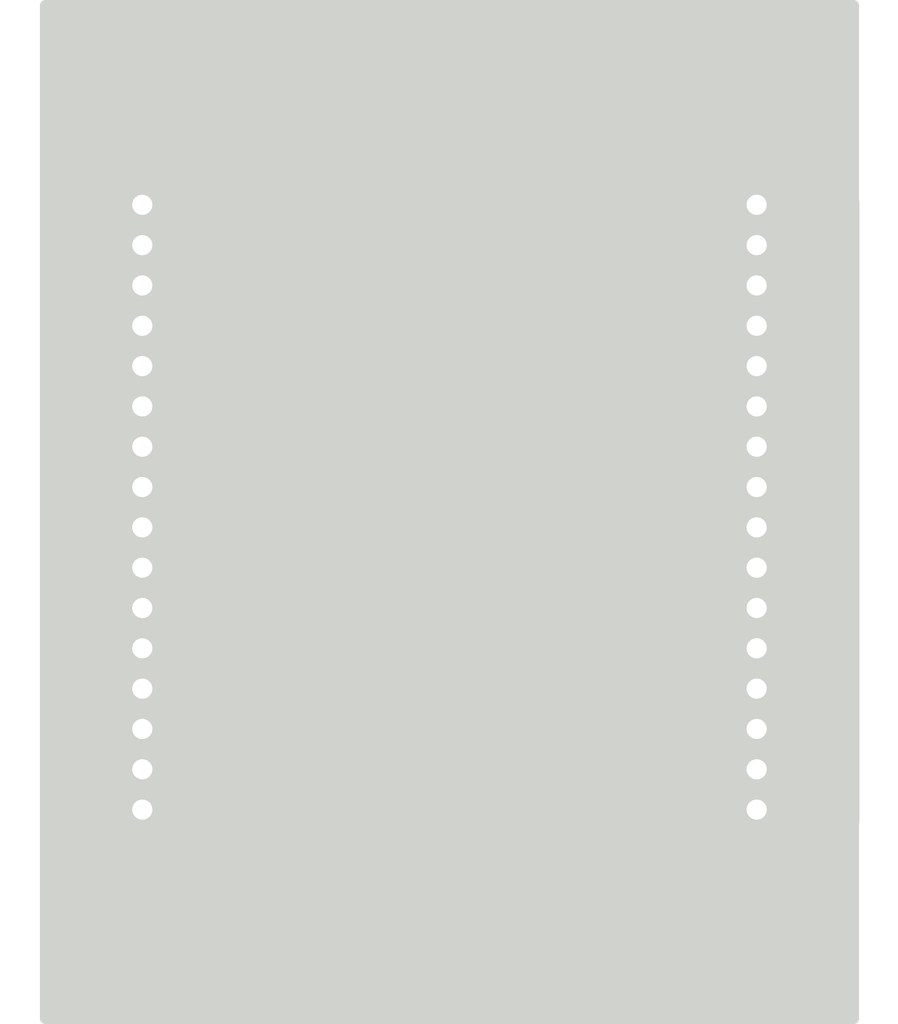
<source format=kicad_pcb>
(kicad_pcb (version 20171130) (host pcbnew "(5.1.2)-2")

  (general
    (thickness 1.6)
    (drawings 5)
    (tracks 124)
    (zones 0)
    (modules 3)
    (nets 33)
  )

  (page A4)
  (layers
    (0 F.Cu signal)
    (31 B.Cu signal)
    (32 B.Adhes user)
    (33 F.Adhes user)
    (34 B.Paste user)
    (35 F.Paste user)
    (36 B.SilkS user)
    (37 F.SilkS user)
    (38 B.Mask user)
    (39 F.Mask user)
    (40 Dwgs.User user)
    (41 Cmts.User user)
    (42 Eco1.User user)
    (43 Eco2.User user)
    (44 Edge.Cuts user)
    (45 Margin user)
    (46 B.CrtYd user)
    (47 F.CrtYd user)
    (48 B.Fab user)
    (49 F.Fab user)
  )

  (setup
    (last_trace_width 0.25)
    (trace_clearance 0.2)
    (zone_clearance 0.508)
    (zone_45_only no)
    (trace_min 0.2)
    (via_size 0.8)
    (via_drill 0.4)
    (via_min_size 0.4)
    (via_min_drill 0.3)
    (uvia_size 0.3)
    (uvia_drill 0.1)
    (uvias_allowed no)
    (uvia_min_size 0.2)
    (uvia_min_drill 0.1)
    (edge_width 0.05)
    (segment_width 0.2)
    (pcb_text_width 0.3)
    (pcb_text_size 1.5 1.5)
    (mod_edge_width 0.12)
    (mod_text_size 1 1)
    (mod_text_width 0.15)
    (pad_size 1.524 1.524)
    (pad_drill 0.762)
    (pad_to_mask_clearance 0.051)
    (solder_mask_min_width 0.25)
    (aux_axis_origin 0 0)
    (visible_elements FFFFFF7F)
    (pcbplotparams
      (layerselection 0x010fc_ffffffff)
      (usegerberextensions false)
      (usegerberattributes false)
      (usegerberadvancedattributes false)
      (creategerberjobfile false)
      (excludeedgelayer true)
      (linewidth 0.100000)
      (plotframeref false)
      (viasonmask false)
      (mode 1)
      (useauxorigin false)
      (hpglpennumber 1)
      (hpglpenspeed 20)
      (hpglpendiameter 15.000000)
      (psnegative false)
      (psa4output false)
      (plotreference true)
      (plotvalue true)
      (plotinvisibletext false)
      (padsonsilk false)
      (subtractmaskfromsilk false)
      (outputformat 1)
      (mirror false)
      (drillshape 0)
      (scaleselection 1)
      (outputdirectory ""))
  )

  (net 0 "")
  (net 1 /GND)
  (net 2 /VCC)
  (net 3 /VCOMH)
  (net 4 /OPR1)
  (net 5 /OPR0)
  (net 6 /ROM1)
  (net 7 /ROM0)
  (net 8 /IREF)
  (net 9 /D7)
  (net 10 /D6)
  (net 11 /D5)
  (net 12 /D4)
  (net 13 /D3)
  (net 14 /D2)
  (net 15 /D1)
  (net 16 /D0)
  (net 17 /ERD#)
  (net 18 /RW#)
  (net 19 /DC#)
  (net 20 /RES#)
  (net 21 /CS#)
  (net 22 /GPIO)
  (net 23 /BS2)
  (net 24 /BS1)
  (net 25 /BS0)
  (net 26 /VDDIO)
  (net 27 /VDD)
  (net 28 /SHLS)
  (net 29 /SHLC)
  (net 30 /REGVDD)
  (net 31 /VSS)
  (net 32 /VSL)

  (net_class Default "This is the default net class."
    (clearance 0.2)
    (trace_width 0.25)
    (via_dia 0.8)
    (via_drill 0.4)
    (uvia_dia 0.3)
    (uvia_drill 0.1)
    (add_net /BS0)
    (add_net /BS1)
    (add_net /BS2)
    (add_net /CS#)
    (add_net /D0)
    (add_net /D1)
    (add_net /D2)
    (add_net /D3)
    (add_net /D4)
    (add_net /D5)
    (add_net /D6)
    (add_net /D7)
    (add_net /DC#)
    (add_net /ERD#)
    (add_net /GND)
    (add_net /GPIO)
    (add_net /IREF)
    (add_net /OPR0)
    (add_net /OPR1)
    (add_net /REGVDD)
    (add_net /RES#)
    (add_net /ROM0)
    (add_net /ROM1)
    (add_net /RW#)
    (add_net /SHLC)
    (add_net /SHLS)
    (add_net /VCC)
    (add_net /VCOMH)
    (add_net /VDD)
    (add_net /VDDIO)
    (add_net /VSL)
    (add_net /VSS)
  )

  (module Connector_PinHeader_1.00mm:PinHeader_1x16_P1.00mm_Vertical (layer F.Cu) (tedit 59FED738) (tstamp 5D5750AC)
    (at 182.88 106.68)
    (descr "Through hole straight pin header, 1x16, 1.00mm pitch, single row")
    (tags "Through hole pin header THT 1x16 1.00mm single row")
    (path /5D572138)
    (fp_text reference J3 (at 0 -1.56) (layer F.SilkS)
      (effects (font (size 1 1) (thickness 0.15)))
    )
    (fp_text value CONN_16 (at 0 16.56) (layer F.Fab)
      (effects (font (size 1 1) (thickness 0.15)))
    )
    (fp_text user %R (at 0 7.5 90) (layer F.Fab)
      (effects (font (size 0.76 0.76) (thickness 0.114)))
    )
    (fp_line (start 1.15 -1) (end -1.15 -1) (layer F.CrtYd) (width 0.05))
    (fp_line (start 1.15 16) (end 1.15 -1) (layer F.CrtYd) (width 0.05))
    (fp_line (start -1.15 16) (end 1.15 16) (layer F.CrtYd) (width 0.05))
    (fp_line (start -1.15 -1) (end -1.15 16) (layer F.CrtYd) (width 0.05))
    (fp_line (start -0.695 -0.685) (end 0 -0.685) (layer F.SilkS) (width 0.12))
    (fp_line (start -0.695 0) (end -0.695 -0.685) (layer F.SilkS) (width 0.12))
    (fp_line (start 0.608276 0.685) (end 0.695 0.685) (layer F.SilkS) (width 0.12))
    (fp_line (start -0.695 0.685) (end -0.608276 0.685) (layer F.SilkS) (width 0.12))
    (fp_line (start 0.695 0.685) (end 0.695 15.56) (layer F.SilkS) (width 0.12))
    (fp_line (start -0.695 0.685) (end -0.695 15.56) (layer F.SilkS) (width 0.12))
    (fp_line (start 0.394493 15.56) (end 0.695 15.56) (layer F.SilkS) (width 0.12))
    (fp_line (start -0.695 15.56) (end -0.394493 15.56) (layer F.SilkS) (width 0.12))
    (fp_line (start -0.635 -0.1825) (end -0.3175 -0.5) (layer F.Fab) (width 0.1))
    (fp_line (start -0.635 15.5) (end -0.635 -0.1825) (layer F.Fab) (width 0.1))
    (fp_line (start 0.635 15.5) (end -0.635 15.5) (layer F.Fab) (width 0.1))
    (fp_line (start 0.635 -0.5) (end 0.635 15.5) (layer F.Fab) (width 0.1))
    (fp_line (start -0.3175 -0.5) (end 0.635 -0.5) (layer F.Fab) (width 0.1))
    (pad 16 thru_hole oval (at 0 15) (size 0.85 0.85) (drill 0.5) (layers *.Cu *.Mask)
      (net 9 /D7))
    (pad 15 thru_hole oval (at 0 14) (size 0.85 0.85) (drill 0.5) (layers *.Cu *.Mask)
      (net 10 /D6))
    (pad 14 thru_hole oval (at 0 13) (size 0.85 0.85) (drill 0.5) (layers *.Cu *.Mask)
      (net 11 /D5))
    (pad 13 thru_hole oval (at 0 12) (size 0.85 0.85) (drill 0.5) (layers *.Cu *.Mask)
      (net 12 /D4))
    (pad 12 thru_hole oval (at 0 11) (size 0.85 0.85) (drill 0.5) (layers *.Cu *.Mask)
      (net 13 /D3))
    (pad 11 thru_hole oval (at 0 10) (size 0.85 0.85) (drill 0.5) (layers *.Cu *.Mask)
      (net 14 /D2))
    (pad 10 thru_hole oval (at 0 9) (size 0.85 0.85) (drill 0.5) (layers *.Cu *.Mask)
      (net 15 /D1))
    (pad 9 thru_hole oval (at 0 8) (size 0.85 0.85) (drill 0.5) (layers *.Cu *.Mask)
      (net 16 /D0))
    (pad 8 thru_hole oval (at 0 7) (size 0.85 0.85) (drill 0.5) (layers *.Cu *.Mask)
      (net 17 /ERD#))
    (pad 7 thru_hole oval (at 0 6) (size 0.85 0.85) (drill 0.5) (layers *.Cu *.Mask)
      (net 18 /RW#))
    (pad 6 thru_hole oval (at 0 5) (size 0.85 0.85) (drill 0.5) (layers *.Cu *.Mask)
      (net 19 /DC#))
    (pad 5 thru_hole oval (at 0 4) (size 0.85 0.85) (drill 0.5) (layers *.Cu *.Mask)
      (net 20 /RES#))
    (pad 4 thru_hole oval (at 0 3) (size 0.85 0.85) (drill 0.5) (layers *.Cu *.Mask)
      (net 21 /CS#))
    (pad 3 thru_hole oval (at 0 2) (size 0.85 0.85) (drill 0.5) (layers *.Cu *.Mask)
      (net 22 /GPIO))
    (pad 2 thru_hole oval (at 0 1) (size 0.85 0.85) (drill 0.5) (layers *.Cu *.Mask)
      (net 28 /SHLS))
    (pad 1 thru_hole rect (at 0 0) (size 0.85 0.85) (drill 0.5) (layers *.Cu *.Mask)
      (net 29 /SHLC))
    (model ${KISYS3DMOD}/Connector_PinHeader_1.00mm.3dshapes/PinHeader_1x16_P1.00mm_Vertical.wrl
      (at (xyz 0 0 0))
      (scale (xyz 1 1 1))
      (rotate (xyz 0 0 0))
    )
  )

  (module Connector_PinHeader_1.00mm:PinHeader_1x16_P1.00mm_Vertical (layer F.Cu) (tedit 59FED738) (tstamp 5D574E7C)
    (at 167.64 121.68 180)
    (descr "Through hole straight pin header, 1x16, 1.00mm pitch, single row")
    (tags "Through hole pin header THT 1x16 1.00mm single row")
    (path /5D570513)
    (fp_text reference J2 (at 0 -1.56) (layer F.SilkS)
      (effects (font (size 1 1) (thickness 0.15)))
    )
    (fp_text value CONN_16 (at 0 16.56) (layer F.Fab)
      (effects (font (size 1 1) (thickness 0.15)))
    )
    (fp_text user %R (at 0 7.5 90) (layer F.Fab)
      (effects (font (size 0.76 0.76) (thickness 0.114)))
    )
    (fp_line (start 1.15 -1) (end -1.15 -1) (layer F.CrtYd) (width 0.05))
    (fp_line (start 1.15 16) (end 1.15 -1) (layer F.CrtYd) (width 0.05))
    (fp_line (start -1.15 16) (end 1.15 16) (layer F.CrtYd) (width 0.05))
    (fp_line (start -1.15 -1) (end -1.15 16) (layer F.CrtYd) (width 0.05))
    (fp_line (start -0.695 -0.685) (end 0 -0.685) (layer F.SilkS) (width 0.12))
    (fp_line (start -0.695 0) (end -0.695 -0.685) (layer F.SilkS) (width 0.12))
    (fp_line (start 0.608276 0.685) (end 0.695 0.685) (layer F.SilkS) (width 0.12))
    (fp_line (start -0.695 0.685) (end -0.608276 0.685) (layer F.SilkS) (width 0.12))
    (fp_line (start 0.695 0.685) (end 0.695 15.56) (layer F.SilkS) (width 0.12))
    (fp_line (start -0.695 0.685) (end -0.695 15.56) (layer F.SilkS) (width 0.12))
    (fp_line (start 0.394493 15.56) (end 0.695 15.56) (layer F.SilkS) (width 0.12))
    (fp_line (start -0.695 15.56) (end -0.394493 15.56) (layer F.SilkS) (width 0.12))
    (fp_line (start -0.635 -0.1825) (end -0.3175 -0.5) (layer F.Fab) (width 0.1))
    (fp_line (start -0.635 15.5) (end -0.635 -0.1825) (layer F.Fab) (width 0.1))
    (fp_line (start 0.635 15.5) (end -0.635 15.5) (layer F.Fab) (width 0.1))
    (fp_line (start 0.635 -0.5) (end 0.635 15.5) (layer F.Fab) (width 0.1))
    (fp_line (start -0.3175 -0.5) (end 0.635 -0.5) (layer F.Fab) (width 0.1))
    (pad 16 thru_hole oval (at 0 15 180) (size 0.85 0.85) (drill 0.5) (layers *.Cu *.Mask)
      (net 1 /GND))
    (pad 15 thru_hole oval (at 0 14 180) (size 0.85 0.85) (drill 0.5) (layers *.Cu *.Mask)
      (net 32 /VSL))
    (pad 14 thru_hole oval (at 0 13 180) (size 0.85 0.85) (drill 0.5) (layers *.Cu *.Mask)
      (net 31 /VSS))
    (pad 13 thru_hole oval (at 0 12 180) (size 0.85 0.85) (drill 0.5) (layers *.Cu *.Mask)
      (net 30 /REGVDD))
    (pad 12 thru_hole oval (at 0 11 180) (size 0.85 0.85) (drill 0.5) (layers *.Cu *.Mask)
      (net 27 /VDD))
    (pad 11 thru_hole oval (at 0 10 180) (size 0.85 0.85) (drill 0.5) (layers *.Cu *.Mask)
      (net 26 /VDDIO))
    (pad 10 thru_hole oval (at 0 9 180) (size 0.85 0.85) (drill 0.5) (layers *.Cu *.Mask)
      (net 25 /BS0))
    (pad 9 thru_hole oval (at 0 8 180) (size 0.85 0.85) (drill 0.5) (layers *.Cu *.Mask)
      (net 24 /BS1))
    (pad 8 thru_hole oval (at 0 7 180) (size 0.85 0.85) (drill 0.5) (layers *.Cu *.Mask)
      (net 23 /BS2))
    (pad 7 thru_hole oval (at 0 6 180) (size 0.85 0.85) (drill 0.5) (layers *.Cu *.Mask)
      (net 8 /IREF))
    (pad 6 thru_hole oval (at 0 5 180) (size 0.85 0.85) (drill 0.5) (layers *.Cu *.Mask)
      (net 7 /ROM0))
    (pad 5 thru_hole oval (at 0 4 180) (size 0.85 0.85) (drill 0.5) (layers *.Cu *.Mask)
      (net 6 /ROM1))
    (pad 4 thru_hole oval (at 0 3 180) (size 0.85 0.85) (drill 0.5) (layers *.Cu *.Mask)
      (net 5 /OPR0))
    (pad 3 thru_hole oval (at 0 2 180) (size 0.85 0.85) (drill 0.5) (layers *.Cu *.Mask)
      (net 4 /OPR1))
    (pad 2 thru_hole oval (at 0 1 180) (size 0.85 0.85) (drill 0.5) (layers *.Cu *.Mask)
      (net 3 /VCOMH))
    (pad 1 thru_hole rect (at 0 0 180) (size 0.85 0.85) (drill 0.5) (layers *.Cu *.Mask)
      (net 2 /VCC))
    (model ${KISYS3DMOD}/Connector_PinHeader_1.00mm.3dshapes/PinHeader_1x16_P1.00mm_Vertical.wrl
      (at (xyz 0 0 0))
      (scale (xyz 1 1 1))
      (rotate (xyz 0 0 0))
    )
  )

  (module SamacSys_Parts:SFV33R1STBE1HLF (layer F.Cu) (tedit 5D546A5B) (tstamp 5D574373)
    (at 175.26 114.3 270)
    (descr SFV33R-1STBE1HLF-4)
    (tags Connector)
    (path /5D56F11C)
    (attr smd)
    (fp_text reference J1 (at 0 -0.35 90) (layer F.SilkS)
      (effects (font (size 1.27 1.27) (thickness 0.254)))
    )
    (fp_text value "SFV33R-1STBE1HLF(OLED2X16_33FPC)" (at 0 -0.35 90) (layer F.SilkS) hide
      (effects (font (size 1.27 1.27) (thickness 0.254)))
    )
    (fp_arc (start -7.987 -3.4) (end -7.987 -3.5) (angle -180) (layer F.SilkS) (width 0.2))
    (fp_arc (start -7.987 -3.4) (end -7.987 -3.3) (angle -180) (layer F.SilkS) (width 0.2))
    (fp_line (start -7.987 -3.5) (end -7.987 -3.5) (layer F.SilkS) (width 0.2))
    (fp_line (start -7.987 -3.3) (end -7.987 -3.3) (layer F.SilkS) (width 0.2))
    (fp_line (start 10.2 0.85) (end 10.2 0.35) (layer F.SilkS) (width 0.1))
    (fp_line (start 11 0.85) (end 10.2 0.85) (layer F.SilkS) (width 0.1))
    (fp_line (start 11 2.25) (end 11 0.85) (layer F.SilkS) (width 0.1))
    (fp_line (start -11 2.25) (end 11 2.25) (layer F.SilkS) (width 0.1))
    (fp_line (start -11 0.85) (end -11 2.25) (layer F.SilkS) (width 0.1))
    (fp_line (start -10.5 0.85) (end -11 0.85) (layer F.SilkS) (width 0.1))
    (fp_line (start -10.5 0.35) (end -10.5 0.85) (layer F.SilkS) (width 0.1))
    (fp_line (start -12.1 3.25) (end -12.1 -3.95) (layer Dwgs.User) (width 0.1))
    (fp_line (start 12.1 3.25) (end -12.1 3.25) (layer Dwgs.User) (width 0.1))
    (fp_line (start 12.1 -3.95) (end 12.1 3.25) (layer Dwgs.User) (width 0.1))
    (fp_line (start -12.1 -3.95) (end 12.1 -3.95) (layer Dwgs.User) (width 0.1))
    (fp_line (start -11 2.25) (end -11 0.85) (layer Dwgs.User) (width 0.2))
    (fp_line (start 11 2.25) (end -11 2.25) (layer Dwgs.User) (width 0.2))
    (fp_line (start 11 0.85) (end 11 2.25) (layer Dwgs.User) (width 0.2))
    (fp_line (start -11 0.85) (end 11 0.85) (layer Dwgs.User) (width 0.2))
    (fp_line (start -10.5 0.85) (end -10.5 -1.95) (layer Dwgs.User) (width 0.2))
    (fp_line (start 10.2 0.85) (end -10.5 0.85) (layer Dwgs.User) (width 0.2))
    (fp_line (start 10.2 -1.95) (end 10.2 0.85) (layer Dwgs.User) (width 0.2))
    (fp_line (start -10.5 -1.95) (end 10.2 -1.95) (layer Dwgs.User) (width 0.2))
    (pad MP2 smd rect (at 9.775 -1) (size 2.3 2.65) (layers F.Cu F.Paste F.Mask)
      (net 1 /GND))
    (pad MP1 smd rect (at -9.775 -1) (size 2.3 2.65) (layers F.Cu F.Paste F.Mask)
      (net 1 /GND))
    (pad 33 smd rect (at 8 -2.25 270) (size 0.3 1.4) (layers F.Cu F.Paste F.Mask)
      (net 1 /GND))
    (pad 32 smd rect (at 7.5 -2.25 270) (size 0.3 1.4) (layers F.Cu F.Paste F.Mask)
      (net 2 /VCC))
    (pad 31 smd rect (at 7 -2.25 270) (size 0.3 1.4) (layers F.Cu F.Paste F.Mask)
      (net 3 /VCOMH))
    (pad 30 smd rect (at 6.5 -2.25 270) (size 0.3 1.4) (layers F.Cu F.Paste F.Mask)
      (net 4 /OPR1))
    (pad 29 smd rect (at 6 -2.25 270) (size 0.3 1.4) (layers F.Cu F.Paste F.Mask)
      (net 5 /OPR0))
    (pad 28 smd rect (at 5.5 -2.25 270) (size 0.3 1.4) (layers F.Cu F.Paste F.Mask)
      (net 6 /ROM1))
    (pad 27 smd rect (at 5 -2.25 270) (size 0.3 1.4) (layers F.Cu F.Paste F.Mask)
      (net 7 /ROM0))
    (pad 26 smd rect (at 4.5 -2.25 270) (size 0.3 1.4) (layers F.Cu F.Paste F.Mask)
      (net 8 /IREF))
    (pad 25 smd rect (at 4 -2.25 270) (size 0.3 1.4) (layers F.Cu F.Paste F.Mask)
      (net 9 /D7))
    (pad 24 smd rect (at 3.5 -2.25 270) (size 0.3 1.4) (layers F.Cu F.Paste F.Mask)
      (net 10 /D6))
    (pad 23 smd rect (at 3 -2.25 270) (size 0.3 1.4) (layers F.Cu F.Paste F.Mask)
      (net 11 /D5))
    (pad 22 smd rect (at 2.5 -2.25 270) (size 0.3 1.4) (layers F.Cu F.Paste F.Mask)
      (net 12 /D4))
    (pad 21 smd rect (at 2 -2.25 270) (size 0.3 1.4) (layers F.Cu F.Paste F.Mask)
      (net 13 /D3))
    (pad 20 smd rect (at 1.5 -2.25 270) (size 0.3 1.4) (layers F.Cu F.Paste F.Mask)
      (net 14 /D2))
    (pad 19 smd rect (at 1 -2.25 270) (size 0.3 1.4) (layers F.Cu F.Paste F.Mask)
      (net 15 /D1))
    (pad 18 smd rect (at 0.5 -2.25 270) (size 0.3 1.4) (layers F.Cu F.Paste F.Mask)
      (net 16 /D0))
    (pad 17 smd rect (at 0 -2.25 270) (size 0.3 1.4) (layers F.Cu F.Paste F.Mask)
      (net 17 /ERD#))
    (pad 16 smd rect (at -0.5 -2.25 270) (size 0.3 1.4) (layers F.Cu F.Paste F.Mask)
      (net 18 /RW#))
    (pad 15 smd rect (at -1 -2.25 270) (size 0.3 1.4) (layers F.Cu F.Paste F.Mask)
      (net 19 /DC#))
    (pad 14 smd rect (at -1.5 -2.25 270) (size 0.3 1.4) (layers F.Cu F.Paste F.Mask)
      (net 20 /RES#))
    (pad 13 smd rect (at -2 -2.25 270) (size 0.3 1.4) (layers F.Cu F.Paste F.Mask)
      (net 21 /CS#))
    (pad 12 smd rect (at -2.5 -2.25 270) (size 0.3 1.4) (layers F.Cu F.Paste F.Mask)
      (net 22 /GPIO))
    (pad 11 smd rect (at -3 -2.25 270) (size 0.3 1.4) (layers F.Cu F.Paste F.Mask)
      (net 23 /BS2))
    (pad 10 smd rect (at -3.5 -2.25 270) (size 0.3 1.4) (layers F.Cu F.Paste F.Mask)
      (net 24 /BS1))
    (pad 9 smd rect (at -4 -2.25 270) (size 0.3 1.4) (layers F.Cu F.Paste F.Mask)
      (net 25 /BS0))
    (pad 8 smd rect (at -4.5 -2.25 270) (size 0.3 1.4) (layers F.Cu F.Paste F.Mask)
      (net 26 /VDDIO))
    (pad 7 smd rect (at -5 -2.25 270) (size 0.3 1.4) (layers F.Cu F.Paste F.Mask)
      (net 27 /VDD))
    (pad 6 smd rect (at -5.5 -2.25 270) (size 0.3 1.4) (layers F.Cu F.Paste F.Mask)
      (net 28 /SHLS))
    (pad 5 smd rect (at -6 -2.25 270) (size 0.3 1.4) (layers F.Cu F.Paste F.Mask)
      (net 29 /SHLC))
    (pad 4 smd rect (at -6.5 -2.25 270) (size 0.3 1.4) (layers F.Cu F.Paste F.Mask)
      (net 30 /REGVDD))
    (pad 3 smd rect (at -7 -2.25 270) (size 0.3 1.4) (layers F.Cu F.Paste F.Mask)
      (net 31 /VSS))
    (pad 2 smd rect (at -7.5 -2.25 270) (size 0.3 1.4) (layers F.Cu F.Paste F.Mask)
      (net 32 /VSL))
    (pad 1 smd rect (at -8 -2.25 270) (size 0.3 1.4) (layers F.Cu F.Paste F.Mask)
      (net 1 /GND))
  )

  (gr_text "Niall's OLED \nBreakout Board" (at 175.26 114.3 90) (layer B.SilkS)
    (effects (font (size 1.5 1.5) (thickness 0.3)) (justify mirror))
  )
  (gr_text "SHLC\nSHLS\nGPIO\nCS#\nRES#\nD/C#\nR/W#\nE/RD#\nD0\nD1\nD2\nD3\nD4\nD5\nD6\nD7" (at 182.118 114.3) (layer F.SilkS)
    (effects (font (size 0.6 0.6) (thickness 0.1)) (justify right))
  )
  (gr_text "BS0\nBS1\nBS2\nIREF\nROM0\nROM1\nOPR0\nOPR1\nVCOMH\nVCC" (at 168.91 117.094) (layer F.SilkS)
    (effects (font (size 0.6 0.6) (thickness 0.1)) (justify left))
  )
  (gr_text "VSL\nVSS\nREGVDD\nVDD\nVDDIO" (at 168.91 109.728) (layer F.SilkS)
    (effects (font (size 0.6 0.6) (thickness 0.1)) (justify left))
  )
  (gr_text GND (at 169.926 106.68) (layer F.SilkS)
    (effects (font (size 0.7 0.7) (thickness 0.1)))
  )

  (segment (start 176.56 106.3) (end 177.51 106.3) (width 0.25) (layer F.Cu) (net 1))
  (segment (start 176.46 106.3) (end 176.56 106.3) (width 0.25) (layer F.Cu) (net 1))
  (segment (start 176.26 106.1) (end 176.46 106.3) (width 0.25) (layer F.Cu) (net 1))
  (segment (start 176.26 104.525) (end 176.26 106.1) (width 0.25) (layer F.Cu) (net 1))
  (segment (start 176.56 122.3) (end 177.51 122.3) (width 0.25) (layer F.Cu) (net 1))
  (segment (start 176.46 122.3) (end 176.56 122.3) (width 0.25) (layer F.Cu) (net 1))
  (segment (start 176.26 122.5) (end 176.46 122.3) (width 0.25) (layer F.Cu) (net 1))
  (segment (start 176.26 124.075) (end 176.26 122.5) (width 0.25) (layer F.Cu) (net 1))
  (segment (start 168.315 121.68) (end 167.64 121.68) (width 0.25) (layer F.Cu) (net 2))
  (segment (start 168.435 121.8) (end 168.315 121.68) (width 0.25) (layer F.Cu) (net 2))
  (segment (start 177.51 121.8) (end 168.435 121.8) (width 0.25) (layer F.Cu) (net 2))
  (segment (start 176.56 121.3) (end 177.51 121.3) (width 0.25) (layer F.Cu) (net 3))
  (segment (start 168.57141 121.3) (end 176.56 121.3) (width 0.25) (layer F.Cu) (net 3))
  (segment (start 167.95141 120.68) (end 168.57141 121.3) (width 0.25) (layer F.Cu) (net 3))
  (segment (start 167.64 120.68) (end 167.95141 120.68) (width 0.25) (layer F.Cu) (net 3))
  (segment (start 176.56 120.8) (end 177.51 120.8) (width 0.25) (layer F.Cu) (net 4))
  (segment (start 168.870002 120.8) (end 176.56 120.8) (width 0.25) (layer F.Cu) (net 4))
  (segment (start 167.750002 119.68) (end 168.870002 120.8) (width 0.25) (layer F.Cu) (net 4))
  (segment (start 167.64 119.68) (end 167.750002 119.68) (width 0.25) (layer F.Cu) (net 4))
  (segment (start 167.64 118.68) (end 169.48 118.68) (width 0.25) (layer F.Cu) (net 5))
  (segment (start 171.1 120.3) (end 177.51 120.3) (width 0.25) (layer F.Cu) (net 5))
  (segment (start 169.48 118.68) (end 171.1 120.3) (width 0.25) (layer F.Cu) (net 5))
  (segment (start 167.64 117.68) (end 171.02 117.68) (width 0.25) (layer F.Cu) (net 6))
  (segment (start 173.14 119.8) (end 177.51 119.8) (width 0.25) (layer F.Cu) (net 6))
  (segment (start 171.02 117.68) (end 173.14 119.8) (width 0.25) (layer F.Cu) (net 6))
  (segment (start 175.18 119.3) (end 177.51 119.3) (width 0.25) (layer F.Cu) (net 7))
  (segment (start 167.64 116.68) (end 172.56 116.68) (width 0.25) (layer F.Cu) (net 7))
  (segment (start 172.56 116.68) (end 175.18 119.3) (width 0.25) (layer F.Cu) (net 7))
  (segment (start 168.24104 115.68) (end 167.64 115.68) (width 0.25) (layer F.Cu) (net 8))
  (segment (start 173.44 115.68) (end 168.24104 115.68) (width 0.25) (layer F.Cu) (net 8))
  (segment (start 176.56 118.8) (end 173.44 115.68) (width 0.25) (layer F.Cu) (net 8))
  (segment (start 177.51 118.8) (end 176.56 118.8) (width 0.25) (layer F.Cu) (net 8))
  (segment (start 182.27896 121.68) (end 182.88 121.68) (width 0.25) (layer F.Cu) (net 9))
  (segment (start 181.84 121.68) (end 182.27896 121.68) (width 0.25) (layer F.Cu) (net 9))
  (segment (start 178.46 118.3) (end 181.84 121.68) (width 0.25) (layer F.Cu) (net 9))
  (segment (start 177.51 118.3) (end 178.46 118.3) (width 0.25) (layer F.Cu) (net 9))
  (segment (start 177.514999 117.824999) (end 179.038999 117.824999) (width 0.25) (layer F.Cu) (net 10))
  (segment (start 177.51 117.8) (end 177.51 117.82) (width 0.25) (layer F.Cu) (net 10))
  (segment (start 177.51 117.82) (end 177.514999 117.824999) (width 0.25) (layer F.Cu) (net 10))
  (segment (start 181.894 120.68) (end 182.88 120.68) (width 0.25) (layer F.Cu) (net 10))
  (segment (start 179.038999 117.824999) (end 181.894 120.68) (width 0.25) (layer F.Cu) (net 10))
  (segment (start 177.51 117.3) (end 179.403 117.3) (width 0.25) (layer F.Cu) (net 11))
  (segment (start 181.783 119.68) (end 182.88 119.68) (width 0.25) (layer F.Cu) (net 11))
  (segment (start 179.403 117.3) (end 181.783 119.68) (width 0.25) (layer F.Cu) (net 11))
  (segment (start 178.44499 116.84999) (end 179.84199 116.84999) (width 0.25) (layer F.Cu) (net 12))
  (segment (start 177.51 116.8) (end 178.395 116.8) (width 0.25) (layer F.Cu) (net 12))
  (segment (start 178.395 116.8) (end 178.44499 116.84999) (width 0.25) (layer F.Cu) (net 12))
  (segment (start 181.672 118.68) (end 182.88 118.68) (width 0.25) (layer F.Cu) (net 12))
  (segment (start 179.84199 116.84999) (end 181.672 118.68) (width 0.25) (layer F.Cu) (net 12))
  (segment (start 177.51 116.3) (end 180.308 116.3) (width 0.25) (layer F.Cu) (net 13))
  (segment (start 181.688 117.68) (end 182.88 117.68) (width 0.25) (layer F.Cu) (net 13))
  (segment (start 180.308 116.3) (end 181.688 117.68) (width 0.25) (layer F.Cu) (net 13))
  (segment (start 177.51 115.8) (end 181.205 115.8) (width 0.25) (layer F.Cu) (net 14))
  (segment (start 182.085 116.68) (end 182.88 116.68) (width 0.25) (layer F.Cu) (net 14))
  (segment (start 181.205 115.8) (end 182.085 116.68) (width 0.25) (layer F.Cu) (net 14))
  (segment (start 182.769998 115.68) (end 182.88 115.68) (width 0.25) (layer F.Cu) (net 15))
  (segment (start 182.389998 115.3) (end 182.769998 115.68) (width 0.25) (layer F.Cu) (net 15))
  (segment (start 177.51 115.3) (end 182.389998 115.3) (width 0.25) (layer F.Cu) (net 15))
  (segment (start 182.27896 114.68) (end 182.88 114.68) (width 0.25) (layer F.Cu) (net 16))
  (segment (start 182.183959 114.775001) (end 182.27896 114.68) (width 0.25) (layer F.Cu) (net 16))
  (segment (start 178.086999 114.775001) (end 182.183959 114.775001) (width 0.25) (layer F.Cu) (net 16))
  (segment (start 178.062 114.8) (end 178.086999 114.775001) (width 0.25) (layer F.Cu) (net 16))
  (segment (start 177.51 114.8) (end 178.062 114.8) (width 0.25) (layer F.Cu) (net 16))
  (segment (start 177.51 114.3) (end 181.483 114.3) (width 0.25) (layer F.Cu) (net 17))
  (segment (start 182.103 113.68) (end 182.88 113.68) (width 0.25) (layer F.Cu) (net 17))
  (segment (start 181.483 114.3) (end 182.103 113.68) (width 0.25) (layer F.Cu) (net 17))
  (segment (start 177.51 113.8) (end 180.84 113.8) (width 0.25) (layer F.Cu) (net 18))
  (segment (start 181.96 112.68) (end 182.88 112.68) (width 0.25) (layer F.Cu) (net 18))
  (segment (start 180.84 113.8) (end 181.96 112.68) (width 0.25) (layer F.Cu) (net 18))
  (segment (start 177.51 113.3) (end 179.943 113.3) (width 0.25) (layer F.Cu) (net 19))
  (segment (start 181.563 111.68) (end 182.88 111.68) (width 0.25) (layer F.Cu) (net 19))
  (segment (start 179.943 113.3) (end 181.563 111.68) (width 0.25) (layer F.Cu) (net 19))
  (segment (start 178.46 112.8) (end 178.484 112.776) (width 0.25) (layer F.Cu) (net 20))
  (segment (start 177.51 112.8) (end 178.46 112.8) (width 0.25) (layer F.Cu) (net 20))
  (segment (start 178.484 112.776) (end 179.451 112.776) (width 0.25) (layer F.Cu) (net 20))
  (segment (start 181.547 110.68) (end 182.88 110.68) (width 0.25) (layer F.Cu) (net 20))
  (segment (start 179.451 112.776) (end 181.547 110.68) (width 0.25) (layer F.Cu) (net 20))
  (segment (start 178.46 112.3) (end 178.492 112.268) (width 0.25) (layer F.Cu) (net 21))
  (segment (start 177.51 112.3) (end 178.46 112.3) (width 0.25) (layer F.Cu) (net 21))
  (segment (start 178.492 112.268) (end 179.197 112.268) (width 0.25) (layer F.Cu) (net 21))
  (segment (start 181.785 109.68) (end 182.88 109.68) (width 0.25) (layer F.Cu) (net 21))
  (segment (start 179.197 112.268) (end 181.785 109.68) (width 0.25) (layer F.Cu) (net 21))
  (segment (start 177.51 111.8) (end 178.776 111.8) (width 0.25) (layer F.Cu) (net 22))
  (segment (start 181.896 108.68) (end 182.88 108.68) (width 0.25) (layer F.Cu) (net 22))
  (segment (start 178.776 111.8) (end 181.896 108.68) (width 0.25) (layer F.Cu) (net 22))
  (segment (start 176.574998 111.3) (end 177.51 111.3) (width 0.25) (layer F.Cu) (net 23))
  (segment (start 173.194998 114.68) (end 176.574998 111.3) (width 0.25) (layer F.Cu) (net 23))
  (segment (start 167.64 114.68) (end 173.194998 114.68) (width 0.25) (layer F.Cu) (net 23))
  (segment (start 167.64 113.68) (end 172.451 113.68) (width 0.25) (layer F.Cu) (net 24))
  (segment (start 175.331 110.8) (end 177.51 110.8) (width 0.25) (layer F.Cu) (net 24))
  (segment (start 172.451 113.68) (end 175.331 110.8) (width 0.25) (layer F.Cu) (net 24))
  (segment (start 167.64 112.68) (end 171.354 112.68) (width 0.25) (layer F.Cu) (net 25))
  (segment (start 173.734 110.3) (end 177.51 110.3) (width 0.25) (layer F.Cu) (net 25))
  (segment (start 171.354 112.68) (end 173.734 110.3) (width 0.25) (layer F.Cu) (net 25))
  (segment (start 176.56 109.8) (end 177.51 109.8) (width 0.25) (layer F.Cu) (net 26))
  (segment (start 173.59759 109.8) (end 176.56 109.8) (width 0.25) (layer F.Cu) (net 26))
  (segment (start 171.76459 111.633) (end 173.59759 109.8) (width 0.25) (layer F.Cu) (net 26))
  (segment (start 168.28804 111.633) (end 171.76459 111.633) (width 0.25) (layer F.Cu) (net 26))
  (segment (start 168.24104 111.68) (end 168.28804 111.633) (width 0.25) (layer F.Cu) (net 26))
  (segment (start 167.64 111.68) (end 168.24104 111.68) (width 0.25) (layer F.Cu) (net 26))
  (segment (start 168.24104 110.68) (end 168.30404 110.617) (width 0.25) (layer F.Cu) (net 27))
  (segment (start 167.64 110.68) (end 168.24104 110.68) (width 0.25) (layer F.Cu) (net 27))
  (segment (start 168.30404 110.617) (end 171.323 110.617) (width 0.25) (layer F.Cu) (net 27))
  (segment (start 172.64 109.3) (end 177.51 109.3) (width 0.25) (layer F.Cu) (net 27))
  (segment (start 171.323 110.617) (end 172.64 109.3) (width 0.25) (layer F.Cu) (net 27))
  (segment (start 177.51 108.8) (end 180.125 108.8) (width 0.25) (layer F.Cu) (net 28))
  (segment (start 181.245 107.68) (end 182.88 107.68) (width 0.25) (layer F.Cu) (net 28))
  (segment (start 180.125 108.8) (end 181.245 107.68) (width 0.25) (layer F.Cu) (net 28))
  (segment (start 177.51 108.3) (end 179.101 108.3) (width 0.25) (layer F.Cu) (net 29))
  (segment (start 180.721 106.68) (end 182.88 106.68) (width 0.25) (layer F.Cu) (net 29))
  (segment (start 179.101 108.3) (end 180.721 106.68) (width 0.25) (layer F.Cu) (net 29))
  (segment (start 172.743 107.8) (end 177.51 107.8) (width 0.25) (layer F.Cu) (net 30))
  (segment (start 170.942 109.601) (end 172.743 107.8) (width 0.25) (layer F.Cu) (net 30))
  (segment (start 168.32004 109.601) (end 170.942 109.601) (width 0.25) (layer F.Cu) (net 30))
  (segment (start 167.64 109.68) (end 168.24104 109.68) (width 0.25) (layer F.Cu) (net 30))
  (segment (start 168.24104 109.68) (end 168.32004 109.601) (width 0.25) (layer F.Cu) (net 30))
  (segment (start 171.465 107.3) (end 177.51 107.3) (width 0.25) (layer F.Cu) (net 31))
  (segment (start 170.18 108.585) (end 171.465 107.3) (width 0.25) (layer F.Cu) (net 31))
  (segment (start 168.33604 108.585) (end 170.18 108.585) (width 0.25) (layer F.Cu) (net 31))
  (segment (start 167.64 108.68) (end 168.24104 108.68) (width 0.25) (layer F.Cu) (net 31))
  (segment (start 168.24104 108.68) (end 168.33604 108.585) (width 0.25) (layer F.Cu) (net 31))
  (segment (start 177.51 106.8) (end 170.3 106.8) (width 0.25) (layer F.Cu) (net 32))
  (segment (start 169.42 107.68) (end 167.64 107.68) (width 0.25) (layer F.Cu) (net 32))
  (segment (start 170.3 106.8) (end 169.42 107.68) (width 0.25) (layer F.Cu) (net 32))

  (zone (net 1) (net_name /GND) (layer F.Cu) (tstamp 5D5760FC) (hatch edge 0.508)
    (connect_pads (clearance 0.508))
    (min_thickness 0.254)
    (fill yes (arc_segments 32) (thermal_gap 0.508) (thermal_bridge_width 0.508) (smoothing fillet) (radius 5))
    (polygon
      (pts
        (xy 165.1 101.6) (xy 185.42 101.6) (xy 185.42 127) (xy 165.1 127)
      )
    )
    (filled_polygon
      (pts
        (xy 180.844692 101.745664) (xy 181.266168 101.801151) (xy 181.681198 101.893162) (xy 182.08662 102.020991) (xy 182.479375 102.183675)
        (xy 182.856434 102.37996) (xy 183.214968 102.608371) (xy 183.55223 102.867161) (xy 183.865646 103.154354) (xy 184.152839 103.46777)
        (xy 184.411629 103.805032) (xy 184.64004 104.163566) (xy 184.836325 104.540625) (xy 184.999009 104.93338) (xy 185.126838 105.338802)
        (xy 185.218849 105.753832) (xy 185.274336 106.175308) (xy 185.293 106.602769) (xy 185.293 121.997231) (xy 185.274336 122.424692)
        (xy 185.218849 122.846168) (xy 185.126838 123.261198) (xy 184.999009 123.66662) (xy 184.836325 124.059375) (xy 184.64004 124.436434)
        (xy 184.411629 124.794968) (xy 184.152839 125.13223) (xy 183.865646 125.445646) (xy 183.55223 125.732839) (xy 183.214968 125.991629)
        (xy 182.856434 126.22004) (xy 182.479375 126.416325) (xy 182.08662 126.579009) (xy 181.681198 126.706838) (xy 181.266168 126.798849)
        (xy 180.844692 126.854336) (xy 180.417231 126.873) (xy 170.102769 126.873) (xy 169.675308 126.854336) (xy 169.253832 126.798849)
        (xy 168.838802 126.706838) (xy 168.43338 126.579009) (xy 168.040625 126.416325) (xy 167.663566 126.22004) (xy 167.305032 125.991629)
        (xy 166.96777 125.732839) (xy 166.654354 125.445646) (xy 166.612528 125.4) (xy 174.471928 125.4) (xy 174.484188 125.524482)
        (xy 174.520498 125.64418) (xy 174.579463 125.754494) (xy 174.658815 125.851185) (xy 174.755506 125.930537) (xy 174.86582 125.989502)
        (xy 174.985518 126.025812) (xy 175.11 126.038072) (xy 175.97425 126.035) (xy 176.133 125.87625) (xy 176.133 124.202)
        (xy 176.387 124.202) (xy 176.387 125.87625) (xy 176.54575 126.035) (xy 177.41 126.038072) (xy 177.534482 126.025812)
        (xy 177.65418 125.989502) (xy 177.764494 125.930537) (xy 177.861185 125.851185) (xy 177.940537 125.754494) (xy 177.999502 125.64418)
        (xy 178.035812 125.524482) (xy 178.048072 125.4) (xy 178.045 124.36075) (xy 177.88625 124.202) (xy 176.387 124.202)
        (xy 176.133 124.202) (xy 174.63375 124.202) (xy 174.475 124.36075) (xy 174.471928 125.4) (xy 166.612528 125.4)
        (xy 166.367161 125.13223) (xy 166.108371 124.794968) (xy 165.87996 124.436434) (xy 165.683675 124.059375) (xy 165.520991 123.66662)
        (xy 165.393162 123.261198) (xy 165.301151 122.846168) (xy 165.245664 122.424692) (xy 165.227 121.997231) (xy 165.227 107.68)
        (xy 166.574872 107.68) (xy 166.595338 107.887796) (xy 166.65595 108.087607) (xy 166.705335 108.18) (xy 166.65595 108.272393)
        (xy 166.595338 108.472204) (xy 166.574872 108.68) (xy 166.595338 108.887796) (xy 166.65595 109.087607) (xy 166.705335 109.18)
        (xy 166.65595 109.272393) (xy 166.595338 109.472204) (xy 166.574872 109.68) (xy 166.595338 109.887796) (xy 166.65595 110.087607)
        (xy 166.705335 110.18) (xy 166.65595 110.272393) (xy 166.595338 110.472204) (xy 166.574872 110.68) (xy 166.595338 110.887796)
        (xy 166.65595 111.087607) (xy 166.705335 111.18) (xy 166.65595 111.272393) (xy 166.595338 111.472204) (xy 166.574872 111.68)
        (xy 166.595338 111.887796) (xy 166.65595 112.087607) (xy 166.705335 112.18) (xy 166.65595 112.272393) (xy 166.595338 112.472204)
        (xy 166.574872 112.68) (xy 166.595338 112.887796) (xy 166.65595 113.087607) (xy 166.705335 113.18) (xy 166.65595 113.272393)
        (xy 166.595338 113.472204) (xy 166.574872 113.68) (xy 166.595338 113.887796) (xy 166.65595 114.087607) (xy 166.705335 114.18)
        (xy 166.65595 114.272393) (xy 166.595338 114.472204) (xy 166.574872 114.68) (xy 166.595338 114.887796) (xy 166.65595 115.087607)
        (xy 166.705335 115.18) (xy 166.65595 115.272393) (xy 166.595338 115.472204) (xy 166.574872 115.68) (xy 166.595338 115.887796)
        (xy 166.65595 116.087607) (xy 166.705335 116.18) (xy 166.65595 116.272393) (xy 166.595338 116.472204) (xy 166.574872 116.68)
        (xy 166.595338 116.887796) (xy 166.65595 117.087607) (xy 166.705335 117.18) (xy 166.65595 117.272393) (xy 166.595338 117.472204)
        (xy 166.574872 117.68) (xy 166.595338 117.887796) (xy 166.65595 118.087607) (xy 166.705335 118.18) (xy 166.65595 118.272393)
        (xy 166.595338 118.472204) (xy 166.574872 118.68) (xy 166.595338 118.887796) (xy 166.65595 119.087607) (xy 166.705335 119.18)
        (xy 166.65595 119.272393) (xy 166.595338 119.472204) (xy 166.574872 119.68) (xy 166.595338 119.887796) (xy 166.65595 120.087607)
        (xy 166.705335 120.18) (xy 166.65595 120.272393) (xy 166.595338 120.472204) (xy 166.574872 120.68) (xy 166.595338 120.887796)
        (xy 166.630065 121.002276) (xy 166.625498 121.01082) (xy 166.589188 121.130518) (xy 166.576928 121.255) (xy 166.576928 122.105)
        (xy 166.589188 122.229482) (xy 166.625498 122.34918) (xy 166.684463 122.459494) (xy 166.763815 122.556185) (xy 166.860506 122.635537)
        (xy 166.97082 122.694502) (xy 167.090518 122.730812) (xy 167.215 122.743072) (xy 168.065 122.743072) (xy 168.189482 122.730812)
        (xy 168.30918 122.694502) (xy 168.419494 122.635537) (xy 168.511536 122.56) (xy 174.504063 122.56) (xy 174.484188 122.625518)
        (xy 174.471928 122.75) (xy 174.475 123.78925) (xy 174.63375 123.948) (xy 176.133 123.948) (xy 176.133 123.928)
        (xy 176.387 123.928) (xy 176.387 123.948) (xy 177.88625 123.948) (xy 178.045 123.78925) (xy 178.047076 123.086861)
        (xy 178.200046 123.087994) (xy 178.324704 123.077677) (xy 178.444954 123.043239) (xy 178.556174 122.986003) (xy 178.654092 122.908169)
        (xy 178.734943 122.812727) (xy 178.795621 122.703346) (xy 178.833794 122.584229) (xy 178.845 122.48175) (xy 178.707725 122.344475)
        (xy 178.740537 122.304494) (xy 178.799502 122.19418) (xy 178.812753 122.150497) (xy 178.845 122.11825) (xy 178.837898 122.053302)
        (xy 178.848072 121.95) (xy 178.848072 121.65) (xy 178.838223 121.55) (xy 178.848072 121.45) (xy 178.848072 121.15)
        (xy 178.838223 121.05) (xy 178.848072 120.95) (xy 178.848072 120.65) (xy 178.838223 120.55) (xy 178.848072 120.45)
        (xy 178.848072 120.15) (xy 178.838223 120.05) (xy 178.848072 119.95) (xy 178.848072 119.762873) (xy 181.2762 122.191002)
        (xy 181.299999 122.220001) (xy 181.415724 122.314974) (xy 181.547753 122.385546) (xy 181.691014 122.429003) (xy 181.802667 122.44)
        (xy 181.802677 122.44) (xy 181.84 122.443676) (xy 181.877323 122.44) (xy 182.135177 122.44) (xy 182.288247 122.565622)
        (xy 182.472393 122.66405) (xy 182.672204 122.724662) (xy 182.827934 122.74) (xy 182.932066 122.74) (xy 183.087796 122.724662)
        (xy 183.287607 122.66405) (xy 183.471753 122.565622) (xy 183.633159 122.433159) (xy 183.765622 122.271753) (xy 183.86405 122.087607)
        (xy 183.924662 121.887796) (xy 183.945128 121.68) (xy 183.924662 121.472204) (xy 183.86405 121.272393) (xy 183.814665 121.18)
        (xy 183.86405 121.087607) (xy 183.924662 120.887796) (xy 183.945128 120.68) (xy 183.924662 120.472204) (xy 183.86405 120.272393)
        (xy 183.814665 120.18) (xy 183.86405 120.087607) (xy 183.924662 119.887796) (xy 183.945128 119.68) (xy 183.924662 119.472204)
        (xy 183.86405 119.272393) (xy 183.814665 119.18) (xy 183.86405 119.087607) (xy 183.924662 118.887796) (xy 183.945128 118.68)
        (xy 183.924662 118.472204) (xy 183.86405 118.272393) (xy 183.814665 118.18) (xy 183.86405 118.087607) (xy 183.924662 117.887796)
        (xy 183.945128 117.68) (xy 183.924662 117.472204) (xy 183.86405 117.272393) (xy 183.814665 117.18) (xy 183.86405 117.087607)
        (xy 183.924662 116.887796) (xy 183.945128 116.68) (xy 183.924662 116.472204) (xy 183.86405 116.272393) (xy 183.814665 116.18)
        (xy 183.86405 116.087607) (xy 183.924662 115.887796) (xy 183.945128 115.68) (xy 183.924662 115.472204) (xy 183.86405 115.272393)
        (xy 183.814665 115.18) (xy 183.86405 115.087607) (xy 183.924662 114.887796) (xy 183.945128 114.68) (xy 183.924662 114.472204)
        (xy 183.86405 114.272393) (xy 183.814665 114.18) (xy 183.86405 114.087607) (xy 183.924662 113.887796) (xy 183.945128 113.68)
        (xy 183.924662 113.472204) (xy 183.86405 113.272393) (xy 183.814665 113.18) (xy 183.86405 113.087607) (xy 183.924662 112.887796)
        (xy 183.945128 112.68) (xy 183.924662 112.472204) (xy 183.86405 112.272393) (xy 183.814665 112.18) (xy 183.86405 112.087607)
        (xy 183.924662 111.887796) (xy 183.945128 111.68) (xy 183.924662 111.472204) (xy 183.86405 111.272393) (xy 183.814665 111.18)
        (xy 183.86405 111.087607) (xy 183.924662 110.887796) (xy 183.945128 110.68) (xy 183.924662 110.472204) (xy 183.86405 110.272393)
        (xy 183.814665 110.18) (xy 183.86405 110.087607) (xy 183.924662 109.887796) (xy 183.945128 109.68) (xy 183.924662 109.472204)
        (xy 183.86405 109.272393) (xy 183.814665 109.18) (xy 183.86405 109.087607) (xy 183.924662 108.887796) (xy 183.945128 108.68)
        (xy 183.924662 108.472204) (xy 183.86405 108.272393) (xy 183.814665 108.18) (xy 183.86405 108.087607) (xy 183.924662 107.887796)
        (xy 183.945128 107.68) (xy 183.924662 107.472204) (xy 183.889935 107.357724) (xy 183.894502 107.34918) (xy 183.930812 107.229482)
        (xy 183.943072 107.105) (xy 183.943072 106.255) (xy 183.930812 106.130518) (xy 183.894502 106.01082) (xy 183.835537 105.900506)
        (xy 183.756185 105.803815) (xy 183.659494 105.724463) (xy 183.54918 105.665498) (xy 183.429482 105.629188) (xy 183.305 105.616928)
        (xy 182.455 105.616928) (xy 182.330518 105.629188) (xy 182.21082 105.665498) (xy 182.100506 105.724463) (xy 182.003815 105.803815)
        (xy 181.924463 105.900506) (xy 181.914043 105.92) (xy 180.758323 105.92) (xy 180.721 105.916324) (xy 180.683677 105.92)
        (xy 180.683667 105.92) (xy 180.572014 105.930997) (xy 180.428753 105.974454) (xy 180.296723 106.045026) (xy 180.213083 106.113668)
        (xy 180.180999 106.139999) (xy 180.157201 106.168997) (xy 178.844999 107.4812) (xy 178.848072 107.45) (xy 178.848072 107.15)
        (xy 178.838223 107.05) (xy 178.848072 106.95) (xy 178.848072 106.65) (xy 178.837898 106.546698) (xy 178.845 106.48175)
        (xy 178.812753 106.449503) (xy 178.799502 106.40582) (xy 178.740537 106.295506) (xy 178.707725 106.255525) (xy 178.845 106.11825)
        (xy 178.833794 106.015771) (xy 178.795621 105.896654) (xy 178.734943 105.787273) (xy 178.654092 105.691831) (xy 178.556174 105.613997)
        (xy 178.444954 105.556761) (xy 178.324704 105.522323) (xy 178.200046 105.512006) (xy 178.047076 105.513139) (xy 178.045 104.81075)
        (xy 177.88625 104.652) (xy 176.387 104.652) (xy 176.387 104.672) (xy 176.133 104.672) (xy 176.133 104.652)
        (xy 174.63375 104.652) (xy 174.475 104.81075) (xy 174.471928 105.85) (xy 174.484188 105.974482) (xy 174.504063 106.04)
        (xy 170.337323 106.04) (xy 170.3 106.036324) (xy 170.262677 106.04) (xy 170.262667 106.04) (xy 170.151014 106.050997)
        (xy 170.008656 106.09418) (xy 170.007753 106.094454) (xy 169.875723 106.165026) (xy 169.827632 106.204494) (xy 169.759999 106.259999)
        (xy 169.736201 106.288997) (xy 169.105199 106.92) (xy 168.620463 106.92) (xy 168.532257 106.807) (xy 168.247133 106.807)
        (xy 168.231753 106.794378) (xy 168.047607 106.69595) (xy 167.847796 106.635338) (xy 167.692066 106.62) (xy 167.587934 106.62)
        (xy 167.432204 106.635338) (xy 167.232393 106.69595) (xy 167.048247 106.794378) (xy 167.032867 106.807) (xy 166.747743 106.807)
        (xy 166.62046 106.970062) (xy 166.631128 107.00525) (xy 166.706302 107.178191) (xy 166.65595 107.272393) (xy 166.595338 107.472204)
        (xy 166.574872 107.68) (xy 165.227 107.68) (xy 165.227 106.602769) (xy 165.236292 106.389938) (xy 166.62046 106.389938)
        (xy 166.747743 106.553) (xy 167.513 106.553) (xy 167.513 105.786379) (xy 167.767 105.786379) (xy 167.767 106.553)
        (xy 168.532257 106.553) (xy 168.65954 106.389938) (xy 168.648872 106.35475) (xy 168.566034 106.164178) (xy 168.447609 105.993429)
        (xy 168.298148 105.849064) (xy 168.123394 105.736632) (xy 167.930064 105.660453) (xy 167.767 105.786379) (xy 167.513 105.786379)
        (xy 167.349936 105.660453) (xy 167.156606 105.736632) (xy 166.981852 105.849064) (xy 166.832391 105.993429) (xy 166.713966 106.164178)
        (xy 166.631128 106.35475) (xy 166.62046 106.389938) (xy 165.236292 106.389938) (xy 165.245664 106.175308) (xy 165.301151 105.753832)
        (xy 165.393162 105.338802) (xy 165.520991 104.93338) (xy 165.683675 104.540625) (xy 165.87996 104.163566) (xy 166.108371 103.805032)
        (xy 166.367161 103.46777) (xy 166.612527 103.2) (xy 174.471928 103.2) (xy 174.475 104.23925) (xy 174.63375 104.398)
        (xy 176.133 104.398) (xy 176.133 102.72375) (xy 176.387 102.72375) (xy 176.387 104.398) (xy 177.88625 104.398)
        (xy 178.045 104.23925) (xy 178.048072 103.2) (xy 178.035812 103.075518) (xy 177.999502 102.95582) (xy 177.940537 102.845506)
        (xy 177.861185 102.748815) (xy 177.764494 102.669463) (xy 177.65418 102.610498) (xy 177.534482 102.574188) (xy 177.41 102.561928)
        (xy 176.54575 102.565) (xy 176.387 102.72375) (xy 176.133 102.72375) (xy 175.97425 102.565) (xy 175.11 102.561928)
        (xy 174.985518 102.574188) (xy 174.86582 102.610498) (xy 174.755506 102.669463) (xy 174.658815 102.748815) (xy 174.579463 102.845506)
        (xy 174.520498 102.95582) (xy 174.484188 103.075518) (xy 174.471928 103.2) (xy 166.612527 103.2) (xy 166.654354 103.154354)
        (xy 166.96777 102.867161) (xy 167.305032 102.608371) (xy 167.663566 102.37996) (xy 168.040625 102.183675) (xy 168.43338 102.020991)
        (xy 168.838802 101.893162) (xy 169.253832 101.801151) (xy 169.675308 101.745664) (xy 170.102769 101.727) (xy 180.417231 101.727)
      )
    )
  )
  (zone (net 1) (net_name /GND) (layer B.Cu) (tstamp 5D5760F9) (hatch edge 0.508)
    (connect_pads (clearance 0.508))
    (min_thickness 0.254)
    (fill yes (arc_segments 32) (thermal_gap 0.508) (thermal_bridge_width 0.508) (smoothing fillet) (radius 5))
    (polygon
      (pts
        (xy 165.1 101.6) (xy 185.42 101.6) (xy 185.42 127) (xy 165.1 127)
      )
    )
    (filled_polygon
      (pts
        (xy 180.844692 101.745664) (xy 181.266168 101.801151) (xy 181.681198 101.893162) (xy 182.08662 102.020991) (xy 182.479375 102.183675)
        (xy 182.856434 102.37996) (xy 183.214968 102.608371) (xy 183.55223 102.867161) (xy 183.865646 103.154354) (xy 184.152839 103.46777)
        (xy 184.411629 103.805032) (xy 184.64004 104.163566) (xy 184.836325 104.540625) (xy 184.999009 104.93338) (xy 185.126838 105.338802)
        (xy 185.218849 105.753832) (xy 185.274336 106.175308) (xy 185.293 106.602769) (xy 185.293 121.997231) (xy 185.274336 122.424692)
        (xy 185.218849 122.846168) (xy 185.126838 123.261198) (xy 184.999009 123.66662) (xy 184.836325 124.059375) (xy 184.64004 124.436434)
        (xy 184.411629 124.794968) (xy 184.152839 125.13223) (xy 183.865646 125.445646) (xy 183.55223 125.732839) (xy 183.214968 125.991629)
        (xy 182.856434 126.22004) (xy 182.479375 126.416325) (xy 182.08662 126.579009) (xy 181.681198 126.706838) (xy 181.266168 126.798849)
        (xy 180.844692 126.854336) (xy 180.417231 126.873) (xy 170.102769 126.873) (xy 169.675308 126.854336) (xy 169.253832 126.798849)
        (xy 168.838802 126.706838) (xy 168.43338 126.579009) (xy 168.040625 126.416325) (xy 167.663566 126.22004) (xy 167.305032 125.991629)
        (xy 166.96777 125.732839) (xy 166.654354 125.445646) (xy 166.367161 125.13223) (xy 166.108371 124.794968) (xy 165.87996 124.436434)
        (xy 165.683675 124.059375) (xy 165.520991 123.66662) (xy 165.393162 123.261198) (xy 165.301151 122.846168) (xy 165.245664 122.424692)
        (xy 165.227 121.997231) (xy 165.227 107.68) (xy 166.574872 107.68) (xy 166.595338 107.887796) (xy 166.65595 108.087607)
        (xy 166.705335 108.18) (xy 166.65595 108.272393) (xy 166.595338 108.472204) (xy 166.574872 108.68) (xy 166.595338 108.887796)
        (xy 166.65595 109.087607) (xy 166.705335 109.18) (xy 166.65595 109.272393) (xy 166.595338 109.472204) (xy 166.574872 109.68)
        (xy 166.595338 109.887796) (xy 166.65595 110.087607) (xy 166.705335 110.18) (xy 166.65595 110.272393) (xy 166.595338 110.472204)
        (xy 166.574872 110.68) (xy 166.595338 110.887796) (xy 166.65595 111.087607) (xy 166.705335 111.18) (xy 166.65595 111.272393)
        (xy 166.595338 111.472204) (xy 166.574872 111.68) (xy 166.595338 111.887796) (xy 166.65595 112.087607) (xy 166.705335 112.18)
        (xy 166.65595 112.272393) (xy 166.595338 112.472204) (xy 166.574872 112.68) (xy 166.595338 112.887796) (xy 166.65595 113.087607)
        (xy 166.705335 113.18) (xy 166.65595 113.272393) (xy 166.595338 113.472204) (xy 166.574872 113.68) (xy 166.595338 113.887796)
        (xy 166.65595 114.087607) (xy 166.705335 114.18) (xy 166.65595 114.272393) (xy 166.595338 114.472204) (xy 166.574872 114.68)
        (xy 166.595338 114.887796) (xy 166.65595 115.087607) (xy 166.705335 115.18) (xy 166.65595 115.272393) (xy 166.595338 115.472204)
        (xy 166.574872 115.68) (xy 166.595338 115.887796) (xy 166.65595 116.087607) (xy 166.705335 116.18) (xy 166.65595 116.272393)
        (xy 166.595338 116.472204) (xy 166.574872 116.68) (xy 166.595338 116.887796) (xy 166.65595 117.087607) (xy 166.705335 117.18)
        (xy 166.65595 117.272393) (xy 166.595338 117.472204) (xy 166.574872 117.68) (xy 166.595338 117.887796) (xy 166.65595 118.087607)
        (xy 166.705335 118.18) (xy 166.65595 118.272393) (xy 166.595338 118.472204) (xy 166.574872 118.68) (xy 166.595338 118.887796)
        (xy 166.65595 119.087607) (xy 166.705335 119.18) (xy 166.65595 119.272393) (xy 166.595338 119.472204) (xy 166.574872 119.68)
        (xy 166.595338 119.887796) (xy 166.65595 120.087607) (xy 166.705335 120.18) (xy 166.65595 120.272393) (xy 166.595338 120.472204)
        (xy 166.574872 120.68) (xy 166.595338 120.887796) (xy 166.630065 121.002276) (xy 166.625498 121.01082) (xy 166.589188 121.130518)
        (xy 166.576928 121.255) (xy 166.576928 122.105) (xy 166.589188 122.229482) (xy 166.625498 122.34918) (xy 166.684463 122.459494)
        (xy 166.763815 122.556185) (xy 166.860506 122.635537) (xy 166.97082 122.694502) (xy 167.090518 122.730812) (xy 167.215 122.743072)
        (xy 168.065 122.743072) (xy 168.189482 122.730812) (xy 168.30918 122.694502) (xy 168.419494 122.635537) (xy 168.516185 122.556185)
        (xy 168.595537 122.459494) (xy 168.654502 122.34918) (xy 168.690812 122.229482) (xy 168.703072 122.105) (xy 168.703072 121.255)
        (xy 168.690812 121.130518) (xy 168.654502 121.01082) (xy 168.649935 121.002276) (xy 168.684662 120.887796) (xy 168.705128 120.68)
        (xy 168.684662 120.472204) (xy 168.62405 120.272393) (xy 168.574665 120.18) (xy 168.62405 120.087607) (xy 168.684662 119.887796)
        (xy 168.705128 119.68) (xy 168.684662 119.472204) (xy 168.62405 119.272393) (xy 168.574665 119.18) (xy 168.62405 119.087607)
        (xy 168.684662 118.887796) (xy 168.705128 118.68) (xy 168.684662 118.472204) (xy 168.62405 118.272393) (xy 168.574665 118.18)
        (xy 168.62405 118.087607) (xy 168.684662 117.887796) (xy 168.705128 117.68) (xy 168.684662 117.472204) (xy 168.62405 117.272393)
        (xy 168.574665 117.18) (xy 168.62405 117.087607) (xy 168.684662 116.887796) (xy 168.705128 116.68) (xy 168.684662 116.472204)
        (xy 168.62405 116.272393) (xy 168.574665 116.18) (xy 168.62405 116.087607) (xy 168.684662 115.887796) (xy 168.705128 115.68)
        (xy 168.684662 115.472204) (xy 168.62405 115.272393) (xy 168.574665 115.18) (xy 168.62405 115.087607) (xy 168.684662 114.887796)
        (xy 168.705128 114.68) (xy 168.684662 114.472204) (xy 168.62405 114.272393) (xy 168.574665 114.18) (xy 168.62405 114.087607)
        (xy 168.684662 113.887796) (xy 168.705128 113.68) (xy 168.684662 113.472204) (xy 168.62405 113.272393) (xy 168.574665 113.18)
        (xy 168.62405 113.087607) (xy 168.684662 112.887796) (xy 168.705128 112.68) (xy 168.684662 112.472204) (xy 168.62405 112.272393)
        (xy 168.574665 112.18) (xy 168.62405 112.087607) (xy 168.684662 111.887796) (xy 168.705128 111.68) (xy 168.684662 111.472204)
        (xy 168.62405 111.272393) (xy 168.574665 111.18) (xy 168.62405 111.087607) (xy 168.684662 110.887796) (xy 168.705128 110.68)
        (xy 168.684662 110.472204) (xy 168.62405 110.272393) (xy 168.574665 110.18) (xy 168.62405 110.087607) (xy 168.684662 109.887796)
        (xy 168.705128 109.68) (xy 168.684662 109.472204) (xy 168.62405 109.272393) (xy 168.574665 109.18) (xy 168.62405 109.087607)
        (xy 168.684662 108.887796) (xy 168.705128 108.68) (xy 168.684662 108.472204) (xy 168.62405 108.272393) (xy 168.574665 108.18)
        (xy 168.62405 108.087607) (xy 168.684662 107.887796) (xy 168.705128 107.68) (xy 181.814872 107.68) (xy 181.835338 107.887796)
        (xy 181.89595 108.087607) (xy 181.945335 108.18) (xy 181.89595 108.272393) (xy 181.835338 108.472204) (xy 181.814872 108.68)
        (xy 181.835338 108.887796) (xy 181.89595 109.087607) (xy 181.945335 109.18) (xy 181.89595 109.272393) (xy 181.835338 109.472204)
        (xy 181.814872 109.68) (xy 181.835338 109.887796) (xy 181.89595 110.087607) (xy 181.945335 110.18) (xy 181.89595 110.272393)
        (xy 181.835338 110.472204) (xy 181.814872 110.68) (xy 181.835338 110.887796) (xy 181.89595 111.087607) (xy 181.945335 111.18)
        (xy 181.89595 111.272393) (xy 181.835338 111.472204) (xy 181.814872 111.68) (xy 181.835338 111.887796) (xy 181.89595 112.087607)
        (xy 181.945335 112.18) (xy 181.89595 112.272393) (xy 181.835338 112.472204) (xy 181.814872 112.68) (xy 181.835338 112.887796)
        (xy 181.89595 113.087607) (xy 181.945335 113.18) (xy 181.89595 113.272393) (xy 181.835338 113.472204) (xy 181.814872 113.68)
        (xy 181.835338 113.887796) (xy 181.89595 114.087607) (xy 181.945335 114.18) (xy 181.89595 114.272393) (xy 181.835338 114.472204)
        (xy 181.814872 114.68) (xy 181.835338 114.887796) (xy 181.89595 115.087607) (xy 181.945335 115.18) (xy 181.89595 115.272393)
        (xy 181.835338 115.472204) (xy 181.814872 115.68) (xy 181.835338 115.887796) (xy 181.89595 116.087607) (xy 181.945335 116.18)
        (xy 181.89595 116.272393) (xy 181.835338 116.472204) (xy 181.814872 116.68) (xy 181.835338 116.887796) (xy 181.89595 117.087607)
        (xy 181.945335 117.18) (xy 181.89595 117.272393) (xy 181.835338 117.472204) (xy 181.814872 117.68) (xy 181.835338 117.887796)
        (xy 181.89595 118.087607) (xy 181.945335 118.18) (xy 181.89595 118.272393) (xy 181.835338 118.472204) (xy 181.814872 118.68)
        (xy 181.835338 118.887796) (xy 181.89595 119.087607) (xy 181.945335 119.18) (xy 181.89595 119.272393) (xy 181.835338 119.472204)
        (xy 181.814872 119.68) (xy 181.835338 119.887796) (xy 181.89595 120.087607) (xy 181.945335 120.18) (xy 181.89595 120.272393)
        (xy 181.835338 120.472204) (xy 181.814872 120.68) (xy 181.835338 120.887796) (xy 181.89595 121.087607) (xy 181.945335 121.18)
        (xy 181.89595 121.272393) (xy 181.835338 121.472204) (xy 181.814872 121.68) (xy 181.835338 121.887796) (xy 181.89595 122.087607)
        (xy 181.994378 122.271753) (xy 182.126841 122.433159) (xy 182.288247 122.565622) (xy 182.472393 122.66405) (xy 182.672204 122.724662)
        (xy 182.827934 122.74) (xy 182.932066 122.74) (xy 183.087796 122.724662) (xy 183.287607 122.66405) (xy 183.471753 122.565622)
        (xy 183.633159 122.433159) (xy 183.765622 122.271753) (xy 183.86405 122.087607) (xy 183.924662 121.887796) (xy 183.945128 121.68)
        (xy 183.924662 121.472204) (xy 183.86405 121.272393) (xy 183.814665 121.18) (xy 183.86405 121.087607) (xy 183.924662 120.887796)
        (xy 183.945128 120.68) (xy 183.924662 120.472204) (xy 183.86405 120.272393) (xy 183.814665 120.18) (xy 183.86405 120.087607)
        (xy 183.924662 119.887796) (xy 183.945128 119.68) (xy 183.924662 119.472204) (xy 183.86405 119.272393) (xy 183.814665 119.18)
        (xy 183.86405 119.087607) (xy 183.924662 118.887796) (xy 183.945128 118.68) (xy 183.924662 118.472204) (xy 183.86405 118.272393)
        (xy 183.814665 118.18) (xy 183.86405 118.087607) (xy 183.924662 117.887796) (xy 183.945128 117.68) (xy 183.924662 117.472204)
        (xy 183.86405 117.272393) (xy 183.814665 117.18) (xy 183.86405 117.087607) (xy 183.924662 116.887796) (xy 183.945128 116.68)
        (xy 183.924662 116.472204) (xy 183.86405 116.272393) (xy 183.814665 116.18) (xy 183.86405 116.087607) (xy 183.924662 115.887796)
        (xy 183.945128 115.68) (xy 183.924662 115.472204) (xy 183.86405 115.272393) (xy 183.814665 115.18) (xy 183.86405 115.087607)
        (xy 183.924662 114.887796) (xy 183.945128 114.68) (xy 183.924662 114.472204) (xy 183.86405 114.272393) (xy 183.814665 114.18)
        (xy 183.86405 114.087607) (xy 183.924662 113.887796) (xy 183.945128 113.68) (xy 183.924662 113.472204) (xy 183.86405 113.272393)
        (xy 183.814665 113.18) (xy 183.86405 113.087607) (xy 183.924662 112.887796) (xy 183.945128 112.68) (xy 183.924662 112.472204)
        (xy 183.86405 112.272393) (xy 183.814665 112.18) (xy 183.86405 112.087607) (xy 183.924662 111.887796) (xy 183.945128 111.68)
        (xy 183.924662 111.472204) (xy 183.86405 111.272393) (xy 183.814665 111.18) (xy 183.86405 111.087607) (xy 183.924662 110.887796)
        (xy 183.945128 110.68) (xy 183.924662 110.472204) (xy 183.86405 110.272393) (xy 183.814665 110.18) (xy 183.86405 110.087607)
        (xy 183.924662 109.887796) (xy 183.945128 109.68) (xy 183.924662 109.472204) (xy 183.86405 109.272393) (xy 183.814665 109.18)
        (xy 183.86405 109.087607) (xy 183.924662 108.887796) (xy 183.945128 108.68) (xy 183.924662 108.472204) (xy 183.86405 108.272393)
        (xy 183.814665 108.18) (xy 183.86405 108.087607) (xy 183.924662 107.887796) (xy 183.945128 107.68) (xy 183.924662 107.472204)
        (xy 183.889935 107.357724) (xy 183.894502 107.34918) (xy 183.930812 107.229482) (xy 183.943072 107.105) (xy 183.943072 106.255)
        (xy 183.930812 106.130518) (xy 183.894502 106.01082) (xy 183.835537 105.900506) (xy 183.756185 105.803815) (xy 183.659494 105.724463)
        (xy 183.54918 105.665498) (xy 183.429482 105.629188) (xy 183.305 105.616928) (xy 182.455 105.616928) (xy 182.330518 105.629188)
        (xy 182.21082 105.665498) (xy 182.100506 105.724463) (xy 182.003815 105.803815) (xy 181.924463 105.900506) (xy 181.865498 106.01082)
        (xy 181.829188 106.130518) (xy 181.816928 106.255) (xy 181.816928 107.105) (xy 181.829188 107.229482) (xy 181.865498 107.34918)
        (xy 181.870065 107.357724) (xy 181.835338 107.472204) (xy 181.814872 107.68) (xy 168.705128 107.68) (xy 168.684662 107.472204)
        (xy 168.62405 107.272393) (xy 168.573698 107.178191) (xy 168.648872 107.00525) (xy 168.65954 106.970062) (xy 168.532257 106.807)
        (xy 168.247133 106.807) (xy 168.231753 106.794378) (xy 168.047607 106.69595) (xy 167.847796 106.635338) (xy 167.692066 106.62)
        (xy 167.587934 106.62) (xy 167.432204 106.635338) (xy 167.232393 106.69595) (xy 167.048247 106.794378) (xy 167.032867 106.807)
        (xy 166.747743 106.807) (xy 166.62046 106.970062) (xy 166.631128 107.00525) (xy 166.706302 107.178191) (xy 166.65595 107.272393)
        (xy 166.595338 107.472204) (xy 166.574872 107.68) (xy 165.227 107.68) (xy 165.227 106.602769) (xy 165.236292 106.389938)
        (xy 166.62046 106.389938) (xy 166.747743 106.553) (xy 167.513 106.553) (xy 167.513 105.786379) (xy 167.767 105.786379)
        (xy 167.767 106.553) (xy 168.532257 106.553) (xy 168.65954 106.389938) (xy 168.648872 106.35475) (xy 168.566034 106.164178)
        (xy 168.447609 105.993429) (xy 168.298148 105.849064) (xy 168.123394 105.736632) (xy 167.930064 105.660453) (xy 167.767 105.786379)
        (xy 167.513 105.786379) (xy 167.349936 105.660453) (xy 167.156606 105.736632) (xy 166.981852 105.849064) (xy 166.832391 105.993429)
        (xy 166.713966 106.164178) (xy 166.631128 106.35475) (xy 166.62046 106.389938) (xy 165.236292 106.389938) (xy 165.245664 106.175308)
        (xy 165.301151 105.753832) (xy 165.393162 105.338802) (xy 165.520991 104.93338) (xy 165.683675 104.540625) (xy 165.87996 104.163566)
        (xy 166.108371 103.805032) (xy 166.367161 103.46777) (xy 166.654354 103.154354) (xy 166.96777 102.867161) (xy 167.305032 102.608371)
        (xy 167.663566 102.37996) (xy 168.040625 102.183675) (xy 168.43338 102.020991) (xy 168.838802 101.893162) (xy 169.253832 101.801151)
        (xy 169.675308 101.745664) (xy 170.102769 101.727) (xy 180.417231 101.727)
      )
    )
  )
  (zone (net 0) (net_name "") (layer Edge.Cuts) (tstamp 5D5760F6) (hatch edge 0.508)
    (connect_pads (clearance 0.508))
    (min_thickness 0.254)
    (fill yes (arc_segments 32) (thermal_gap 0.508) (thermal_bridge_width 0.508))
    (polygon
      (pts
        (xy 165.1 101.6) (xy 185.42 101.6) (xy 185.42 127) (xy 165.1 127)
      )
    )
    (filled_polygon
      (pts
        (xy 185.293 126.873) (xy 165.227 126.873) (xy 165.227 101.727) (xy 185.293 101.727)
      )
    )
  )
)

</source>
